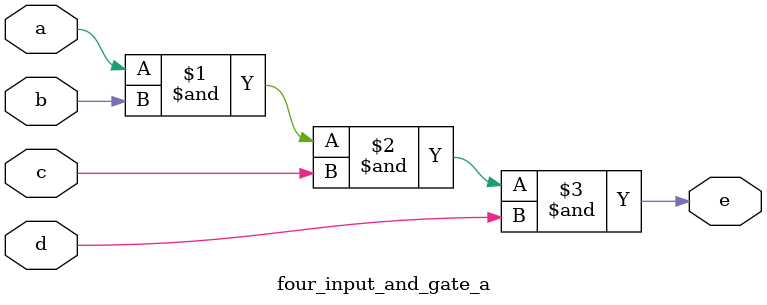
<source format=v>
`timescale 1ns / 1ps


module four_input_and_gate_a(
    input a, b, c, d,
    output e
    );
    assign e = a&b&c&d;
endmodule

</source>
